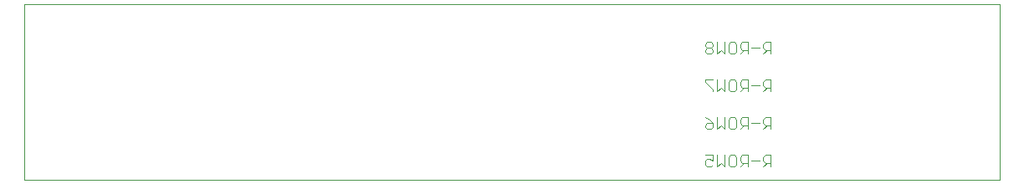
<source format=gbo>
G75*
%MOIN*%
%OFA0B0*%
%FSLAX24Y24*%
%IPPOS*%
%LPD*%
%AMOC8*
5,1,8,0,0,1.08239X$1,22.5*
%
%ADD10C,0.0000*%
%ADD11C,0.0040*%
D10*
X000100Y000130D02*
X000100Y007126D01*
X038970Y007126D01*
X038970Y000130D01*
X000100Y000130D01*
D11*
X027233Y000727D02*
X027310Y000650D01*
X027464Y000650D01*
X027540Y000727D01*
X027694Y000650D02*
X027694Y001110D01*
X027540Y001110D02*
X027540Y000880D01*
X027387Y000957D01*
X027310Y000957D01*
X027233Y000880D01*
X027233Y000727D01*
X027694Y000650D02*
X027847Y000803D01*
X028001Y000650D01*
X028001Y001110D01*
X028154Y001034D02*
X028231Y001110D01*
X028384Y001110D01*
X028461Y001034D01*
X028461Y000727D01*
X028384Y000650D01*
X028231Y000650D01*
X028154Y000727D01*
X028154Y001034D01*
X028615Y001034D02*
X028691Y001110D01*
X028922Y001110D01*
X028922Y000650D01*
X028768Y000803D02*
X028615Y000650D01*
X028691Y000803D02*
X028922Y000803D01*
X029075Y000880D02*
X029382Y000880D01*
X029535Y000880D02*
X029612Y000803D01*
X029842Y000803D01*
X029689Y000803D02*
X029535Y000650D01*
X029842Y000650D02*
X029842Y001110D01*
X029612Y001110D01*
X029535Y001034D01*
X029535Y000880D01*
X028691Y000803D02*
X028615Y000880D01*
X028615Y001034D01*
X027540Y001110D02*
X027233Y001110D01*
X027310Y002150D02*
X027233Y002227D01*
X027233Y002303D01*
X027310Y002380D01*
X027540Y002380D01*
X027540Y002227D01*
X027464Y002150D01*
X027310Y002150D01*
X027694Y002150D02*
X027694Y002610D01*
X027540Y002380D02*
X027387Y002534D01*
X027233Y002610D01*
X028001Y002610D02*
X028001Y002150D01*
X027847Y002303D01*
X027694Y002150D01*
X028154Y002227D02*
X028231Y002150D01*
X028384Y002150D01*
X028461Y002227D01*
X028461Y002534D01*
X028384Y002610D01*
X028231Y002610D01*
X028154Y002534D01*
X028154Y002227D01*
X028615Y002150D02*
X028768Y002303D01*
X028691Y002303D02*
X028922Y002303D01*
X029075Y002380D02*
X029382Y002380D01*
X029535Y002380D02*
X029612Y002303D01*
X029842Y002303D01*
X029689Y002303D02*
X029535Y002150D01*
X029842Y002150D02*
X029842Y002610D01*
X029612Y002610D01*
X029535Y002534D01*
X029535Y002380D01*
X028691Y002303D02*
X028615Y002380D01*
X028615Y002534D01*
X028691Y002610D01*
X028922Y002610D01*
X028922Y002150D01*
X028922Y003650D02*
X028922Y004110D01*
X028691Y004110D01*
X028615Y004034D01*
X028615Y003880D01*
X028691Y003803D01*
X028922Y003803D01*
X028768Y003803D02*
X028615Y003650D01*
X028461Y003727D02*
X028384Y003650D01*
X028231Y003650D01*
X028154Y003727D01*
X028154Y004034D01*
X028231Y004110D01*
X028384Y004110D01*
X028461Y004034D01*
X028461Y003727D01*
X028001Y003650D02*
X027847Y003803D01*
X027694Y003650D01*
X027694Y004110D01*
X027540Y004110D02*
X027233Y004110D01*
X027233Y004034D01*
X027540Y003727D01*
X027540Y003650D01*
X028001Y003650D02*
X028001Y004110D01*
X029075Y003880D02*
X029382Y003880D01*
X029535Y003880D02*
X029612Y003803D01*
X029842Y003803D01*
X029689Y003803D02*
X029535Y003650D01*
X029842Y003650D02*
X029842Y004110D01*
X029612Y004110D01*
X029535Y004034D01*
X029535Y003880D01*
X029535Y005150D02*
X029689Y005303D01*
X029612Y005303D02*
X029842Y005303D01*
X029612Y005303D02*
X029535Y005380D01*
X029535Y005534D01*
X029612Y005610D01*
X029842Y005610D01*
X029842Y005150D01*
X028922Y005150D02*
X028922Y005610D01*
X028691Y005610D01*
X028615Y005534D01*
X028615Y005380D01*
X028691Y005303D01*
X028922Y005303D01*
X028768Y005303D02*
X028615Y005150D01*
X028461Y005227D02*
X028384Y005150D01*
X028231Y005150D01*
X028154Y005227D01*
X028154Y005534D01*
X028231Y005610D01*
X028384Y005610D01*
X028461Y005534D01*
X028461Y005227D01*
X028001Y005150D02*
X027847Y005303D01*
X027694Y005150D01*
X027694Y005610D01*
X027540Y005534D02*
X027464Y005610D01*
X027310Y005610D01*
X027233Y005534D01*
X027233Y005457D01*
X027310Y005380D01*
X027464Y005380D01*
X027540Y005457D01*
X027540Y005534D01*
X028001Y005610D02*
X028001Y005150D01*
X027540Y005227D02*
X027540Y005303D01*
X027464Y005380D01*
X027310Y005380D02*
X027233Y005303D01*
X027233Y005227D01*
X027310Y005150D01*
X027464Y005150D01*
X027540Y005227D01*
X029075Y005380D02*
X029382Y005380D01*
M02*

</source>
